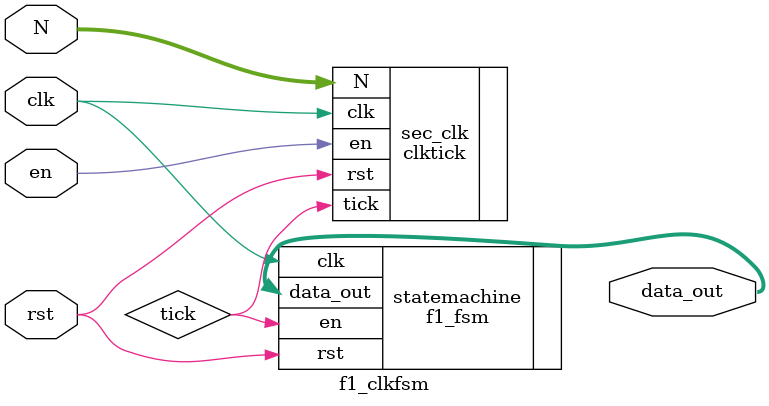
<source format=sv>
module f1_clkfsm #(
    parameter WIDTH = 16
)(   
        input logic             clk,
        input logic             rst,
        input logic             en,
        input logic [WIDTH-1:0] N,
        output logic    [7:0]   data_out
);

logic tick;

clktick sec_clk(
    .clk (clk),
    .rst (rst),
    .en (en),
    .N  (N),
    .tick (tick)
);

f1_fsm statemachine(
    .clk (clk), 
    .rst  (rst),
    .en   (tick),
    .data_out (data_out)
);

endmodule

</source>
